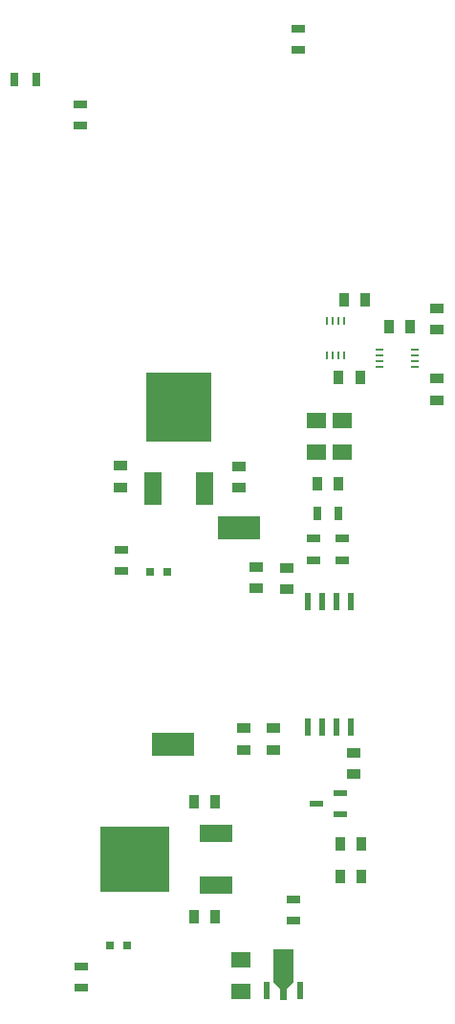
<source format=gtp>
G04*
G04 #@! TF.GenerationSoftware,Altium Limited,Altium Designer,18.1.11 (251)*
G04*
G04 Layer_Color=8421504*
%FSLAX25Y25*%
%MOIN*%
G70*
G01*
G75*
%ADD15R,0.05118X0.02756*%
%ADD16R,0.04921X0.02362*%
%ADD17R,0.06299X0.11811*%
%ADD18R,0.22835X0.24410*%
%ADD19R,0.11811X0.06299*%
%ADD20R,0.24410X0.22835*%
%ADD21R,0.01968X0.06181*%
%ADD22R,0.00984X0.02953*%
%ADD23R,0.02362X0.06299*%
%ADD24R,0.02953X0.00984*%
%ADD25R,0.14567X0.07874*%
%ADD26R,0.02756X0.05118*%
%ADD27R,0.03150X0.03150*%
%ADD28R,0.07087X0.05512*%
%ADD29R,0.03543X0.05118*%
%ADD30R,0.05118X0.03543*%
G36*
X211543Y158931D02*
X209181Y156126D01*
Y152740D01*
X206819D01*
Y156126D01*
X204457Y158931D01*
Y170358D01*
X211543D01*
Y158931D01*
D02*
G37*
D15*
X213000Y483260D02*
D03*
Y490740D02*
D03*
X137000Y456760D02*
D03*
Y464240D02*
D03*
X228500Y313118D02*
D03*
Y305638D02*
D03*
X218500Y313118D02*
D03*
Y305638D02*
D03*
X151500Y309315D02*
D03*
Y301835D02*
D03*
X137500Y156760D02*
D03*
Y164240D02*
D03*
X211500Y187740D02*
D03*
Y180260D02*
D03*
D16*
X227752Y217213D02*
D03*
Y224693D02*
D03*
X219287Y220953D02*
D03*
D17*
X162445Y330716D02*
D03*
X180555D02*
D03*
D18*
X171500Y358984D02*
D03*
D19*
X184283Y192445D02*
D03*
Y210555D02*
D03*
D20*
X156016Y201500D02*
D03*
D21*
X213906Y155831D02*
D03*
X208000D02*
D03*
X202095D02*
D03*
D22*
X225016Y376787D02*
D03*
X226984D02*
D03*
X228953D02*
D03*
X223047Y388992D02*
D03*
X225016D02*
D03*
X226984D02*
D03*
X228953D02*
D03*
X223047Y376787D02*
D03*
D23*
X231500Y291154D02*
D03*
X216500Y247453D02*
D03*
X221500D02*
D03*
X226500D02*
D03*
X231500D02*
D03*
X216500Y291154D02*
D03*
X221500D02*
D03*
X226500D02*
D03*
D24*
X241398Y376874D02*
D03*
Y374905D02*
D03*
Y372937D02*
D03*
X253603Y378842D02*
D03*
Y376874D02*
D03*
Y374905D02*
D03*
Y372937D02*
D03*
X241398Y378842D02*
D03*
D25*
X192500Y317000D02*
D03*
X169291Y241500D02*
D03*
D26*
X121740Y473000D02*
D03*
X114260D02*
D03*
X219760Y321878D02*
D03*
X227240D02*
D03*
D27*
X167453Y301575D02*
D03*
X161547D02*
D03*
X153453Y171500D02*
D03*
X147547D02*
D03*
D28*
X228500Y354390D02*
D03*
Y343366D02*
D03*
X219500D02*
D03*
Y354390D02*
D03*
X193000Y166512D02*
D03*
Y155488D02*
D03*
D29*
X219760Y332378D02*
D03*
X227240D02*
D03*
X227760Y207000D02*
D03*
X235240D02*
D03*
X227760Y195500D02*
D03*
X235240D02*
D03*
X184240Y221500D02*
D03*
X176760D02*
D03*
X184240Y181500D02*
D03*
X176760D02*
D03*
X229000Y396390D02*
D03*
X236480D02*
D03*
X234740Y369390D02*
D03*
X227260D02*
D03*
X244760Y386890D02*
D03*
X252240D02*
D03*
D30*
X232500Y231138D02*
D03*
Y238618D02*
D03*
X261500Y385760D02*
D03*
Y393240D02*
D03*
X192500Y330760D02*
D03*
Y338240D02*
D03*
X151000Y331020D02*
D03*
Y338500D02*
D03*
X209000Y303000D02*
D03*
Y295520D02*
D03*
X204500Y239713D02*
D03*
Y247193D02*
D03*
X198500Y303240D02*
D03*
Y295760D02*
D03*
X194000Y239713D02*
D03*
Y247193D02*
D03*
X261500Y368890D02*
D03*
Y361409D02*
D03*
M02*

</source>
